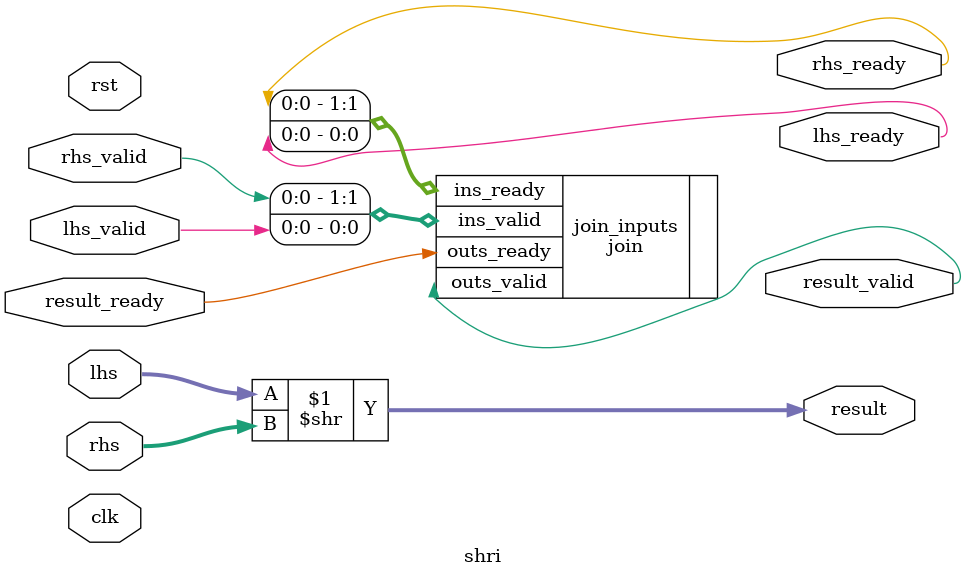
<source format=v>
module shri #(
  parameter BITWIDTH = 32
)(
  // inputs
  input  clk,
  input  rst,
  input  [BITWIDTH - 1 : 0] lhs,
  input  lhs_valid,
  input  [BITWIDTH - 1 : 0] rhs,
  input  rhs_valid,
  input  result_ready,
  // outputs
  output [BITWIDTH - 1 : 0] result,
  output result_valid,
  output lhs_ready,
  output rhs_ready
);
  
    // Instantiate the join node
    join #(
      .SIZE(2)
    ) join_inputs (
      .ins_valid  ({rhs_valid, lhs_valid}),
      .outs_ready (result_ready             ),
      .ins_ready  ({rhs_ready, lhs_ready}  ),
      .outs_valid (result_valid             )
    );
  
    assign result = lhs >> $signed(rhs);

endmodule
</source>
